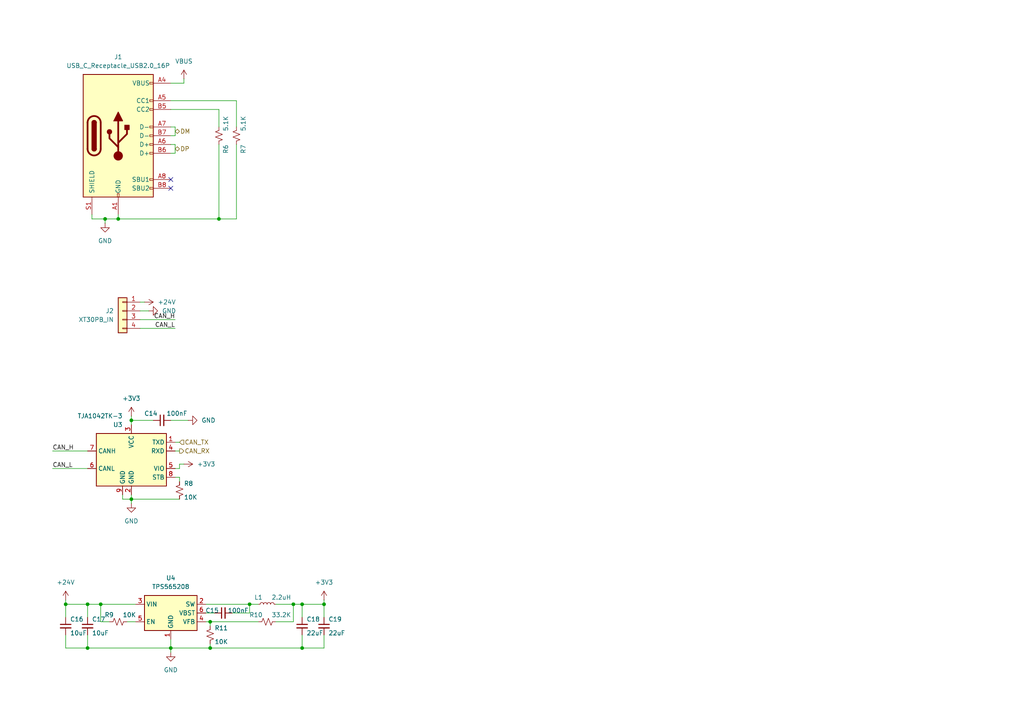
<source format=kicad_sch>
(kicad_sch (version 20231120) (generator "eeschema") (generator_version "8.0")
  (paper "A4")
  (lib_symbols
    (symbol "Connector:USB_C_Receptacle_USB2.0_16P" (pin_names (offset 1.016))
      (property "Reference" "J" (at 0 22.225 0))
      (property "Value" "USB_C_Receptacle_USB2.0_16P" (at 0 19.685 0))
      (symbol "USB_C_Receptacle_USB2.0_16P_0_0"
        (rectangle (start -0.254 -17.78) (end 0.254 -16.764))
        (rectangle (start 10.16 -14.986) (end 9.144 -15.494))
        (rectangle (start 10.16 -12.446) (end 9.144 -12.954))
        (rectangle (start 10.16 -4.826) (end 9.144 -5.334))
        (rectangle (start 10.16 -2.286) (end 9.144 -2.794))
        (rectangle (start 10.16 0.254) (end 9.144 -0.254))
        (rectangle (start 10.16 2.794) (end 9.144 2.286))
        (rectangle (start 10.16 7.874) (end 9.144 7.366))
        (rectangle (start 10.16 10.414) (end 9.144 9.906))
        (rectangle (start 10.16 15.494) (end 9.144 14.986))
      )
      (symbol "USB_C_Receptacle_USB2.0_16P_0_1"
        (rectangle (start -10.16 17.78) (end 10.16 -17.78) (stroke (width 0.254)) (fill (type background)))
        (arc (start -8.89 -3.81) (mid -6.985 -5.7067) (end -5.08 -3.81) (stroke (width 0.508)))
        (arc (start -7.62 -3.81) (mid -6.985 -4.4423) (end -6.35 -3.81) (stroke (width 0.254)))
        (arc (start -7.62 -3.81) (mid -6.985 -4.4423) (end -6.35 -3.81) (stroke (width 0.254)) (fill (type outline)))
        (rectangle (start -7.62 -3.81) (end -6.35 3.81) (stroke (width 0.254)) (fill (type outline)))
        (arc (start -6.35 3.81) (mid -6.985 4.4423) (end -7.62 3.81) (stroke (width 0.254)))
        (arc (start -6.35 3.81) (mid -6.985 4.4423) (end -7.62 3.81) (stroke (width 0.254)) (fill (type outline)))
        (arc (start -5.08 3.81) (mid -6.985 5.7067) (end -8.89 3.81) (stroke (width 0.508)))
        (circle (center -2.54 1.143) (radius 0.635) (stroke (width 0.254)) (fill (type outline)))
        (circle (center 0 -5.842) (radius 1.27) (fill (type outline)))
        (polyline (pts (xy -8.89 -3.81) (xy -8.89 3.81)) (stroke (width 0.508)))
        (polyline (pts (xy -5.08 3.81) (xy -5.08 -3.81)) (stroke (width 0.508)))
        (polyline (pts (xy 0 -5.842) (xy 0 4.318)) (stroke (width 0.508)))
        (polyline (pts (xy 0 -3.302) (xy -2.54 -0.762) (xy -2.54 0.508)) (stroke (width 0.508)))
        (polyline (pts (xy 0 -2.032) (xy 2.54 0.508) (xy 2.54 1.778)) (stroke (width 0.508)))
        (polyline (pts (xy -1.27 4.318) (xy 0 6.858) (xy 1.27 4.318) (xy -1.27 4.318)) (stroke (width 0.254)) (fill (type outline)))
        (rectangle (start 1.905 1.778) (end 3.175 3.048) (stroke (width 0.254)) (fill (type outline)))
      )
      (symbol "USB_C_Receptacle_USB2.0_16P_1_1"
        (pin passive line (at 0 -22.86 90) (length 5.08) (name "GND") (number "A1"))
        (pin passive line (at 0 -22.86 90) (length 5.08) hide (name "GND") (number "A12"))
        (pin passive line (at 15.24 15.24 180) (length 5.08) (name "VBUS") (number "A4"))
        (pin bidirectional line (at 15.24 10.16 180) (length 5.08) (name "CC1") (number "A5"))
        (pin bidirectional line (at 15.24 -2.54 180) (length 5.08) (name "D+") (number "A6"))
        (pin bidirectional line (at 15.24 2.54 180) (length 5.08) (name "D-") (number "A7"))
        (pin bidirectional line (at 15.24 -12.7 180) (length 5.08) (name "SBU1") (number "A8"))
        (pin passive line (at 15.24 15.24 180) (length 5.08) hide (name "VBUS") (number "A9"))
        (pin passive line (at 0 -22.86 90) (length 5.08) hide (name "GND") (number "B1"))
        (pin passive line (at 0 -22.86 90) (length 5.08) hide (name "GND") (number "B12"))
        (pin passive line (at 15.24 15.24 180) (length 5.08) hide (name "VBUS") (number "B4"))
        (pin bidirectional line (at 15.24 7.62 180) (length 5.08) (name "CC2") (number "B5"))
        (pin bidirectional line (at 15.24 -5.08 180) (length 5.08) (name "D+") (number "B6"))
        (pin bidirectional line (at 15.24 0 180) (length 5.08) (name "D-") (number "B7"))
        (pin bidirectional line (at 15.24 -15.24 180) (length 5.08) (name "SBU2") (number "B8"))
        (pin passive line (at 15.24 15.24 180) (length 5.08) hide (name "VBUS") (number "B9"))
        (pin passive line (at -7.62 -22.86 90) (length 5.08) (name "SHIELD") (number "S1"))
      )
    )
    (symbol "Connector_Generic:Conn_01x04" (pin_names (offset 1.016) hide)
      (property "Reference" "J" (at 0 5.08 0))
      (property "Value" "Conn_01x04" (at 0 -7.62 0))
      (symbol "Conn_01x04_1_1"
        (rectangle (start -1.27 -4.953) (end 0 -5.207) (stroke (width 0.1524)))
        (rectangle (start -1.27 -2.413) (end 0 -2.667) (stroke (width 0.1524)))
        (rectangle (start -1.27 0.127) (end 0 -0.127) (stroke (width 0.1524)))
        (rectangle (start -1.27 2.667) (end 0 2.413) (stroke (width 0.1524)))
        (rectangle (start -1.27 3.81) (end 1.27 -6.35) (stroke (width 0.254)) (fill (type background)))
        (pin passive line (at -5.08 2.54 0) (length 3.81) (name "Pin_1") (number "1"))
        (pin passive line (at -5.08 0 0) (length 3.81) (name "Pin_2") (number "2"))
        (pin passive line (at -5.08 -2.54 0) (length 3.81) (name "Pin_3") (number "3"))
        (pin passive line (at -5.08 -5.08 0) (length 3.81) (name "Pin_4") (number "4"))
      )
    )
    (symbol "Device:C_Small" (pin_numbers hide) (pin_names (offset 0.254) hide)
      (property "Reference" "C" (at 0.254 1.778 0))
      (property "Value" "C_Small" (at 0.254 -2.032 0))
      (symbol "C_Small_0_1"
        (polyline (pts (xy -1.524 -0.508) (xy 1.524 -0.508)) (stroke (width 0.3302)))
        (polyline (pts (xy -1.524 0.508) (xy 1.524 0.508)) (stroke (width 0.3048)))
      )
      (symbol "C_Small_1_1"
        (pin passive line (at 0 2.54 270) (length 2.032) (name "~") (number "1"))
        (pin passive line (at 0 -2.54 90) (length 2.032) (name "~") (number "2"))
      )
    )
    (symbol "Device:L_Small" (pin_numbers hide) (pin_names (offset 0.254) hide)
      (property "Reference" "L" (at 0.762 1.016 0))
      (property "Value" "L_Small" (at 0.762 -1.016 0))
      (symbol "L_Small_0_1"
        (arc (start 0 -2.032) (mid 0.5058 -1.524) (end 0 -1.016))
        (arc (start 0 -1.016) (mid 0.5058 -0.508) (end 0 0))
        (arc (start 0 0) (mid 0.5058 0.508) (end 0 1.016))
        (arc (start 0 1.016) (mid 0.5058 1.524) (end 0 2.032))
      )
      (symbol "L_Small_1_1"
        (pin passive line (at 0 2.54 270) (length 0.508) (name "~") (number "1"))
        (pin passive line (at 0 -2.54 90) (length 0.508) (name "~") (number "2"))
      )
    )
    (symbol "Device:R_Small_US" (pin_numbers hide) (pin_names (offset 0.254) hide)
      (property "Reference" "R" (at 0.762 0.508 0))
      (property "Value" "R_Small_US" (at 0.762 -1.016 0))
      (symbol "R_Small_US_1_1"
        (polyline (pts (xy 0 0) (xy 1.016 -0.381) (xy 0 -0.762) (xy -1.016 -1.143) (xy 0 -1.524)))
        (polyline (pts (xy 0 1.524) (xy 1.016 1.143) (xy 0 0.762) (xy -1.016 0.381) (xy 0 0)))
        (pin passive line (at 0 2.54 270) (length 1.016) (name "~") (number "1"))
        (pin passive line (at 0 -2.54 90) (length 1.016) (name "~") (number "2"))
      )
    )
    (symbol "Interface_CAN_LIN:TJA1042TK-3"
      (property "Reference" "U" (at -10.16 8.89 0))
      (property "Value" "TJA1042TK-3" (at 1.27 8.89 0))
      (symbol "TJA1042TK-3_0_1"
        (rectangle (start -10.16 7.62) (end 10.16 -7.62) (stroke (width 0.254)) (fill (type background)))
      )
      (symbol "TJA1042TK-3_1_1"
        (pin input line (at -12.7 5.08 0) (length 2.54) (name "TXD") (number "1"))
        (pin power_in line (at 0 -10.16 90) (length 2.54) (name "GND") (number "2"))
        (pin power_in line (at 0 10.16 270) (length 2.54) (name "VCC") (number "3"))
        (pin output line (at -12.7 2.54 0) (length 2.54) (name "RXD") (number "4"))
        (pin power_in line (at -12.7 -2.54 0) (length 2.54) (name "VIO") (number "5"))
        (pin bidirectional line (at 12.7 -2.54 180) (length 2.54) (name "CANL") (number "6"))
        (pin bidirectional line (at 12.7 2.54 180) (length 2.54) (name "CANH") (number "7"))
        (pin input line (at -12.7 -5.08 0) (length 2.54) (name "STB") (number "8"))
        (pin power_in line (at 2.54 -10.16 90) (length 2.54) (name "GND") (number "9"))
      )
    )
    (symbol "Regulator_Switching:TPS565208"
      (property "Reference" "U" (at -7.62 6.35 0))
      (property "Value" "TPS565208" (at -2.54 6.35 0))
      (symbol "TPS565208_0_1"
        (rectangle (start -7.62 5.08) (end 7.62 -5.08) (stroke (width 0.254)) (fill (type background)))
      )
      (symbol "TPS565208_1_1"
        (pin power_in line (at 0 -7.62 90) (length 2.54) (name "GND") (number "1"))
        (pin output line (at 10.16 2.54 180) (length 2.54) (name "SW") (number "2"))
        (pin power_in line (at -10.16 2.54 0) (length 2.54) (name "VIN") (number "3"))
        (pin input line (at 10.16 -2.54 180) (length 2.54) (name "VFB") (number "4"))
        (pin input line (at -10.16 -2.54 0) (length 2.54) (name "EN") (number "5"))
        (pin passive line (at 10.16 0 180) (length 2.54) (name "VBST") (number "6"))
      )
    )
    (symbol "power:+24V" (power) (pin_numbers hide) (pin_names (offset 0) hide)
      (property "Value" "+24V" (at 0 3.556 0))
      (symbol "+24V_0_1"
        (polyline (pts (xy -0.762 1.27) (xy 0 2.54)))
        (polyline (pts (xy 0 0) (xy 0 2.54)))
        (polyline (pts (xy 0 2.54) (xy 0.762 1.27)))
      )
      (symbol "+24V_1_1"
        (pin power_in line (at 0 0 90) (length 0) (name "~") (number "1"))
      )
    )
    (symbol "power:+3V3" (power) (pin_numbers hide) (pin_names (offset 0) hide)
      (property "Value" "+3V3" (at 0 3.556 0))
      (symbol "+3V3_0_1"
        (polyline (pts (xy -0.762 1.27) (xy 0 2.54)))
        (polyline (pts (xy 0 0) (xy 0 2.54)))
        (polyline (pts (xy 0 2.54) (xy 0.762 1.27)))
      )
      (symbol "+3V3_1_1"
        (pin power_in line (at 0 0 90) (length 0) (name "~") (number "1"))
      )
    )
    (symbol "power:GND" (power) (pin_numbers hide) (pin_names (offset 0) hide)
      (property "Value" "GND" (at 0 -3.81 0))
      (symbol "GND_0_1"
        (polyline (pts (xy 0 0) (xy 0 -1.27) (xy 1.27 -1.27) (xy 0 -2.54) (xy -1.27 -1.27) (xy 0 -1.27)))
      )
      (symbol "GND_1_1"
        (pin power_in line (at 0 0 270) (length 0) (name "~") (number "1"))
      )
    )
    (symbol "power:VBUS" (power) (pin_numbers hide) (pin_names (offset 0) hide)
      (property "Value" "VBUS" (at 0 3.556 0))
      (symbol "VBUS_0_1"
        (polyline (pts (xy -0.762 1.27) (xy 0 2.54)))
        (polyline (pts (xy 0 0) (xy 0 2.54)))
        (polyline (pts (xy 0 2.54) (xy 0.762 1.27)))
      )
      (symbol "VBUS_1_1"
        (pin power_in line (at 0 0 90) (length 0) (name "~") (number "1"))
      )
    )
  )
  (junction (at 60.96 180.34))
  (junction (at 29.21 175.26))
  (junction (at 49.53 187.96))
  (junction (at 87.63 187.96))
  (junction (at 34.29 63.5))
  (junction (at 85.09 175.26))
  (junction (at 87.63 175.26))
  (junction (at 38.1 144.78))
  (junction (at 19.05 175.26))
  (junction (at 93.98 175.26))
  (junction (at 38.1 121.92))
  (junction (at 25.4 187.96))
  (junction (at 63.5 63.5))
  (junction (at 30.48 63.5))
  (junction (at 72.39 175.26))
  (junction (at 25.4 175.26))
  (junction (at 60.96 187.96))
  (no_connect (at 49.53 52.07))
  (no_connect (at 49.53 54.61))
  (wire (pts (xy 49.53 187.96) (xy 60.96 187.96)))
  (wire (pts (xy 50.8 44.45) (xy 49.53 44.45)))
  (wire (pts (xy 19.05 175.26) (xy 19.05 179.07)))
  (wire (pts (xy 52.07 130.81) (xy 50.8 130.81)))
  (wire (pts (xy 36.83 180.34) (xy 39.37 180.34)))
  (wire (pts (xy 87.63 175.26) (xy 93.98 175.26)))
  (wire (pts (xy 54.61 121.92) (xy 49.53 121.92)))
  (wire (pts (xy 87.63 187.96) (xy 60.96 187.96)))
  (wire (pts (xy 52.07 128.27) (xy 50.8 128.27)))
  (wire (pts (xy 60.96 186.69) (xy 60.96 187.96)))
  (wire (pts (xy 49.53 187.96) (xy 49.53 189.23)))
  (wire (pts (xy 72.39 177.8) (xy 72.39 175.26)))
  (wire (pts (xy 49.53 29.21) (xy 68.58 29.21)))
  (wire (pts (xy 52.07 134.62) (xy 52.07 135.89)))
  (wire (pts (xy 38.1 144.78) (xy 38.1 146.05)))
  (wire (pts (xy 25.4 175.26) (xy 29.21 175.26)))
  (wire (pts (xy 60.96 180.34) (xy 60.96 181.61)))
  (wire (pts (xy 40.64 95.25) (xy 50.8 95.25)))
  (wire (pts (xy 40.64 90.17) (xy 43.18 90.17)))
  (wire (pts (xy 34.29 63.5) (xy 34.29 62.23)))
  (wire (pts (xy 50.8 138.43) (xy 52.07 138.43)))
  (wire (pts (xy 29.21 175.26) (xy 39.37 175.26)))
  (wire (pts (xy 25.4 175.26) (xy 25.4 179.07)))
  (wire (pts (xy 68.58 41.91) (xy 68.58 63.5)))
  (wire (pts (xy 68.58 29.21) (xy 68.58 36.83)))
  (wire (pts (xy 30.48 63.5) (xy 34.29 63.5)))
  (wire (pts (xy 59.69 175.26) (xy 72.39 175.26)))
  (wire (pts (xy 85.09 175.26) (xy 87.63 175.26)))
  (wire (pts (xy 87.63 187.96) (xy 93.98 187.96)))
  (wire (pts (xy 68.58 63.5) (xy 63.5 63.5)))
  (wire (pts (xy 25.4 135.89) (xy 15.24 135.89)))
  (wire (pts (xy 25.4 187.96) (xy 49.53 187.96)))
  (wire (pts (xy 52.07 139.7) (xy 52.07 138.43)))
  (wire (pts (xy 44.45 121.92) (xy 38.1 121.92)))
  (wire (pts (xy 80.01 175.26) (xy 85.09 175.26)))
  (wire (pts (xy 49.53 41.91) (xy 50.8 41.91)))
  (wire (pts (xy 63.5 31.75) (xy 63.5 36.83)))
  (wire (pts (xy 49.53 31.75) (xy 63.5 31.75)))
  (wire (pts (xy 19.05 187.96) (xy 25.4 187.96)))
  (wire (pts (xy 30.48 63.5) (xy 30.48 64.77)))
  (wire (pts (xy 50.8 36.83) (xy 50.8 39.37)))
  (wire (pts (xy 25.4 130.81) (xy 15.24 130.81)))
  (wire (pts (xy 35.56 144.78) (xy 38.1 144.78)))
  (wire (pts (xy 63.5 41.91) (xy 63.5 63.5)))
  (wire (pts (xy 26.67 63.5) (xy 30.48 63.5)))
  (wire (pts (xy 29.21 180.34) (xy 29.21 175.26)))
  (wire (pts (xy 60.96 180.34) (xy 74.93 180.34)))
  (wire (pts (xy 49.53 36.83) (xy 50.8 36.83)))
  (wire (pts (xy 52.07 134.62) (xy 53.34 134.62)))
  (wire (pts (xy 72.39 175.26) (xy 74.93 175.26)))
  (wire (pts (xy 49.53 39.37) (xy 50.8 39.37)))
  (wire (pts (xy 93.98 173.99) (xy 93.98 175.26)))
  (wire (pts (xy 38.1 144.78) (xy 52.07 144.78)))
  (wire (pts (xy 49.53 187.96) (xy 49.53 185.42)))
  (wire (pts (xy 25.4 184.15) (xy 25.4 187.96)))
  (wire (pts (xy 67.31 177.8) (xy 72.39 177.8)))
  (wire (pts (xy 35.56 143.51) (xy 35.56 144.78)))
  (wire (pts (xy 80.01 180.34) (xy 85.09 180.34)))
  (wire (pts (xy 26.67 63.5) (xy 26.67 62.23)))
  (wire (pts (xy 31.75 180.34) (xy 29.21 180.34)))
  (wire (pts (xy 93.98 175.26) (xy 93.98 179.07)))
  (wire (pts (xy 38.1 144.78) (xy 38.1 143.51)))
  (wire (pts (xy 50.8 41.91) (xy 50.8 44.45)))
  (wire (pts (xy 63.5 63.5) (xy 34.29 63.5)))
  (wire (pts (xy 93.98 184.15) (xy 93.98 187.96)))
  (wire (pts (xy 19.05 184.15) (xy 19.05 187.96)))
  (wire (pts (xy 19.05 173.99) (xy 19.05 175.26)))
  (wire (pts (xy 38.1 120.65) (xy 38.1 121.92)))
  (wire (pts (xy 87.63 184.15) (xy 87.63 187.96)))
  (wire (pts (xy 87.63 175.26) (xy 87.63 179.07)))
  (wire (pts (xy 49.53 24.13) (xy 53.34 24.13)))
  (wire (pts (xy 40.64 92.71) (xy 50.8 92.71)))
  (wire (pts (xy 40.64 87.63) (xy 41.91 87.63)))
  (wire (pts (xy 19.05 175.26) (xy 25.4 175.26)))
  (wire (pts (xy 52.07 135.89) (xy 50.8 135.89)))
  (wire (pts (xy 53.34 24.13) (xy 53.34 22.86)))
  (wire (pts (xy 38.1 121.92) (xy 38.1 123.19)))
  (wire (pts (xy 62.23 177.8) (xy 59.69 177.8)))
  (wire (pts (xy 60.96 180.34) (xy 59.69 180.34)))
  (wire (pts (xy 85.09 175.26) (xy 85.09 180.34)))
  (label "CAN_L" (at 50.8 95.25 180))
  (label "CAN_H" (at 50.8 92.71 180))
  (label "CAN_H" (at 15.24 130.81 0))
  (label "CAN_L" (at 15.24 135.89 0))
  (hierarchical_label "CAN_TX" (shape input) (at 52.07 128.27 0))
  (hierarchical_label "DP" (shape bidirectional) (at 50.8 43.18 0))
  (hierarchical_label "DM" (shape bidirectional) (at 50.8 38.1 0))
  (hierarchical_label "CAN_RX" (shape output) (at 52.07 130.81 0))
  (symbol (lib_id "power:+24V") (at 41.91 87.63 270) (unit 1)
    (property "Reference" "#PWR023" (effects (hide yes)))
    (property "Value" "+24V" (at 45.72 87.6299 90) (effects (justify left)))
    (property "Description" "Power symbol creates a global label with name \"+24V\"" (effects (hide yes)))
  )
  (symbol (lib_id "Device:R_Small_US") (at 52.07 142.24 0) (mirror y) (unit 1)
    (property "Reference" "R8" (at 53.34 140.97 0) (effects (justify right bottom)))
    (property "Value" "10K" (at 53.34 143.51 0) (effects (justify right top)))
    (property "Footprint" "Resistor_SMD:R_0603_1608Metric" (effects (hide yes)))
  )
  (symbol (lib_id "power:+3V3") (at 93.98 173.99 0) (unit 1)
    (property "Reference" "#PWR021" (effects (hide yes)))
    (property "Value" "+3V3" (at 93.98 168.91 0))
    (property "Description" "Power symbol creates a global label with name \"+3V3\"" (effects (hide yes)))
  )
  (symbol (lib_id "power:GND") (at 54.61 121.92 90) (unit 1)
    (property "Reference" "#PWR017" (effects (hide yes)))
    (property "Value" "GND" (at 58.42 121.9199 90) (effects (justify right)))
    (property "Description" "Power symbol creates a global label with name \"GND\" , ground" (effects (hide yes)))
  )
  (symbol (lib_id "Device:C_Small") (at 46.99 121.92 90) (unit 1)
    (property "Reference" "C14" (at 45.72 120.65 90) (effects (justify left top)))
    (property "Value" "100nF" (at 48.26 120.65 90) (effects (justify right top)))
    (property "Footprint" "Capacitor_SMD:C_0603_1608Metric" (effects (hide yes)))
  )
  (symbol (lib_id "Device:R_Small_US") (at 34.29 180.34 90) (unit 1)
    (property "Reference" "R9" (at 33.02 179.07 90) (effects (justify left top)))
    (property "Value" "10K" (at 35.56 179.07 90) (effects (justify right top)))
    (property "Footprint" "Resistor_SMD:R_0603_1608Metric" (effects (hide yes)))
  )
  (symbol (lib_id "power:GND") (at 38.1 146.05 0) (unit 1)
    (property "Reference" "#PWR019" (effects (hide yes)))
    (property "Value" "GND" (at 38.1 151.13 0))
    (property "Description" "Power symbol creates a global label with name \"GND\" , ground" (effects (hide yes)))
  )
  (symbol (lib_id "Device:L_Small") (at 77.47 175.26 90) (unit 1)
    (property "Reference" "L1" (at 76.2 173.99 90) (effects (justify left top)))
    (property "Value" "2.2uH" (at 78.74 173.99 90) (effects (justify right top)))
    (property "Footprint" "Inductor_SMD:L_Murata_DFE201610P" (effects (hide yes)))
  )
  (symbol (lib_id "Connector_Generic:Conn_01x04") (at 35.56 90.17 0) (mirror y) (unit 1)
    (property "Reference" "J2" (at 33.02 90.1699 0) (effects (justify left)))
    (property "Value" "XT30PB_IN" (at 33.02 92.7099 0) (effects (justify left)))
    (property "Description" "Generic connector, single row, 01x04, script generated (kicad-library-utils/schlib/autogen/connector/)" (effects (hide yes)))
  )
  (symbol (lib_id "Device:R_Small_US") (at 68.58 39.37 0) (mirror x) (unit 1)
    (property "Reference" "R7" (at 69.85 41.91 90) (effects (justify left top)))
    (property "Value" "5.1K" (at 69.85 38.1 90) (effects (justify right top)))
    (property "Footprint" "Resistor_SMD:R_0603_1608Metric" (effects (hide yes)))
    (property "Description" "Resistor, small US symbol" (effects (hide yes)))
  )
  (symbol (lib_id "Device:R_Small_US") (at 77.47 180.34 90) (unit 1)
    (property "Reference" "R10" (at 76.2 179.07 90) (effects (justify left top)))
    (property "Value" "33.2K" (at 78.74 179.07 90) (effects (justify right top)))
    (property "Footprint" "Resistor_SMD:R_0603_1608Metric" (effects (hide yes)))
  )
  (symbol (lib_id "Regulator_Switching:TPS565208") (at 49.53 177.8 0) (unit 1)
    (property "Reference" "U4" (at 49.53 167.64 0))
    (property "Value" "TPS565208" (at 49.53 170.18 0))
    (property "Footprint" "Package_TO_SOT_SMD:SOT-23-6" (effects (hide yes)))
    (property "Datasheet" "http://www.ti.com/lit/ds/symlink/tps565208.pdf" (effects (hide yes)))
  )
  (symbol (lib_id "Device:C_Small") (at 25.4 181.61 0) (unit 1)
    (property "Reference" "C17" (at 26.67 180.34 0) (effects (justify left bottom)))
    (property "Value" "10uF" (at 26.67 182.88 0) (effects (justify left top)))
    (property "Footprint" "Capacitor_SMD:C_0805_2012Metric" (effects (hide yes)))
  )
  (symbol (lib_id "power:VBUS") (at 53.34 22.86 0) (unit 1)
    (property "Reference" "#PWR06" (effects (hide yes)))
    (property "Value" "VBUS" (at 53.34 17.78 0))
    (property "Description" "Power symbol creates a global label with name \"VBUS\"" (effects (hide yes)))
  )
  (symbol (lib_id "power:+3V3") (at 38.1 120.65 0) (unit 1)
    (property "Reference" "#PWR016" (effects (hide yes)))
    (property "Value" "+3V3" (at 38.1 115.57 0))
    (property "Description" "Power symbol creates a global label with name \"+3V3\"" (effects (hide yes)))
  )
  (symbol (lib_id "power:GND") (at 43.18 90.17 90) (unit 1)
    (property "Reference" "#PWR024" (effects (hide yes)))
    (property "Value" "GND" (at 46.99 90.1699 90) (effects (justify right)))
    (property "Description" "Power symbol creates a global label with name \"GND\" , ground" (effects (hide yes)))
  )
  (symbol (lib_id "power:+24V") (at 19.05 173.99 0) (unit 1)
    (property "Reference" "#PWR020" (effects (hide yes)))
    (property "Value" "+24V" (at 19.05 168.91 0))
    (property "Description" "Power symbol creates a global label with name \"+24V\"" (effects (hide yes)))
  )
  (symbol (lib_id "power:GND") (at 30.48 64.77 0) (unit 1)
    (property "Reference" "#PWR015" (effects (hide yes)))
    (property "Value" "GND" (at 30.48 69.85 0))
    (property "Description" "Power symbol creates a global label with name \"GND\" , ground" (effects (hide yes)))
  )
  (symbol (lib_id "Interface_CAN_LIN:TJA1042TK-3") (at 38.1 133.35 0) (mirror y) (unit 1)
    (property "Reference" "U3" (at 35.56 123.19 0) (effects (justify left)))
    (property "Value" "TJA1042TK-3" (at 35.56 120.65 0) (effects (justify left)))
    (property "Footprint" "Package_DFN_QFN:DFN-8-1EP_3x3mm_P0.65mm_EP1.55x2.4mm" (effects (hide yes)))
    (property "Datasheet" "http://www.nxp.com/docs/en/data-sheet/TJA1042.pdf" (effects (hide yes)))
    (property "Description" "High-Speed CAN Transceiver, separate VIO, standby mode, DFN-8-1EP" (effects (hide yes)))
  )
  (symbol (lib_id "Device:C_Small") (at 93.98 181.61 0) (unit 1)
    (property "Reference" "C19" (at 95.25 180.34 0) (effects (justify left bottom)))
    (property "Value" "22uF" (at 95.25 182.88 0) (effects (justify left top)))
    (property "Footprint" "Capacitor_SMD:C_0805_2012Metric" (effects (hide yes)))
  )
  (symbol (lib_id "Device:R_Small_US") (at 60.96 184.15 0) (mirror y) (unit 1)
    (property "Reference" "R11" (at 62.23 182.88 0) (effects (justify right bottom)))
    (property "Value" "10K" (at 62.23 185.42 0) (effects (justify right top)))
    (property "Footprint" "Resistor_SMD:R_0603_1608Metric" (effects (hide yes)))
  )
  (symbol (lib_id "Device:C_Small") (at 19.05 181.61 0) (unit 1)
    (property "Reference" "C16" (at 20.32 180.34 0) (effects (justify left bottom)))
    (property "Value" "10uF" (at 20.32 182.88 0) (effects (justify left top)))
    (property "Footprint" "Capacitor_SMD:C_0805_2012Metric" (effects (hide yes)))
  )
  (symbol (lib_id "power:+3V3") (at 53.34 134.62 270) (unit 1)
    (property "Reference" "#PWR018" (effects (hide yes)))
    (property "Value" "+3V3" (at 57.15 134.6199 90) (effects (justify left)))
    (property "Description" "Power symbol creates a global label with name \"+3V3\"" (effects (hide yes)))
  )
  (symbol (lib_id "Device:C_Small") (at 64.77 177.8 90) (unit 1)
    (property "Reference" "C15" (at 63.5 177.8 90) (effects (justify left top)))
    (property "Value" "100nF" (at 66.04 177.8 90) (effects (justify right top)))
    (property "Footprint" "Capacitor_SMD:C_0603_1608Metric" (effects (hide yes)))
  )
  (symbol (lib_id "Device:C_Small") (at 87.63 181.61 0) (unit 1)
    (property "Reference" "C18" (at 88.9 180.34 0) (effects (justify left bottom)))
    (property "Value" "22uF" (at 88.9 182.88 0) (effects (justify left top)))
    (property "Footprint" "Capacitor_SMD:C_0805_2012Metric" (effects (hide yes)))
  )
  (symbol (lib_id "Device:R_Small_US") (at 63.5 39.37 0) (mirror x) (unit 1)
    (property "Reference" "R6" (at 64.77 41.91 90) (effects (justify left top)))
    (property "Value" "5.1K" (at 64.77 38.1 90) (effects (justify right top)))
    (property "Footprint" "Resistor_SMD:R_0603_1608Metric" (effects (hide yes)))
    (property "Description" "Resistor, small US symbol" (effects (hide yes)))
  )
  (symbol (lib_id "Connector:USB_C_Receptacle_USB2.0_16P") (at 34.29 39.37 0) (unit 1)
    (property "Reference" "J1" (at 34.29 16.51 0))
    (property "Value" "USB_C_Receptacle_USB2.0_16P" (at 34.29 19.05 0))
    (property "Footprint" "Connector_USB:USB_C_Receptacle_XKB_U262-16XN-4BVC11" (effects (hide yes)))
    (property "Datasheet" "https://www.usb.org/sites/default/files/documents/usb_type-c.zip" (effects (hide yes)))
    (property "Description" "USB 2.0-only 16P Type-C Receptacle connector" (effects (hide yes)))
  )
  (symbol (lib_id "power:GND") (at 49.53 189.23 0) (unit 1)
    (property "Reference" "#PWR022" (effects (hide yes)))
    (property "Value" "GND" (at 49.53 194.31 0))
  )
)
</source>
